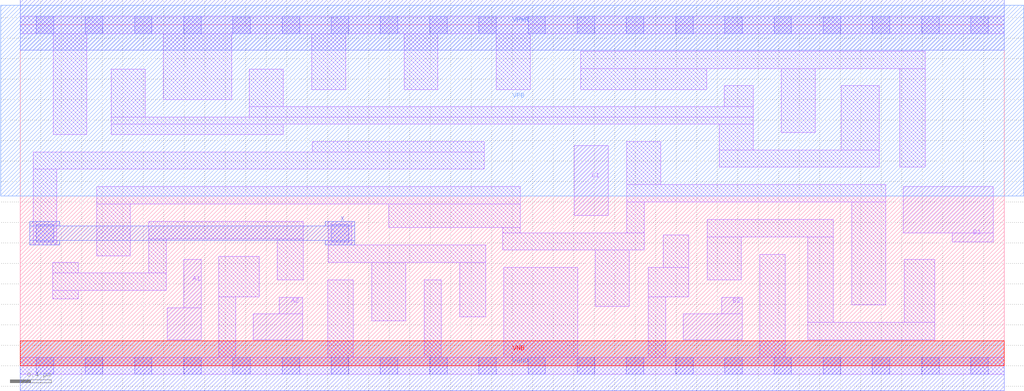
<source format=lef>
# Copyright 2020 The SkyWater PDK Authors
#
# Licensed under the Apache License, Version 2.0 (the "License");
# you may not use this file except in compliance with the License.
# You may obtain a copy of the License at
#
#     https://www.apache.org/licenses/LICENSE-2.0
#
# Unless required by applicable law or agreed to in writing, software
# distributed under the License is distributed on an "AS IS" BASIS,
# WITHOUT WARRANTIES OR CONDITIONS OF ANY KIND, either express or implied.
# See the License for the specific language governing permissions and
# limitations under the License.
#
# SPDX-License-Identifier: Apache-2.0

VERSION 5.7 ;
  NOWIREEXTENSIONATPIN ON ;
  DIVIDERCHAR "/" ;
  BUSBITCHARS "[]" ;
MACRO sky130_fd_sc_ls__a221o_4
  CLASS CORE ;
  FOREIGN sky130_fd_sc_ls__a221o_4 ;
  ORIGIN  0.000000  0.000000 ;
  SIZE  9.600000 BY  3.330000 ;
  SYMMETRY X Y ;
  SITE unit ;
  PIN A1
    ANTENNAGATEAREA  0.492000 ;
    DIRECTION INPUT ;
    USE SIGNAL ;
    PORT
      LAYER li1 ;
        RECT 1.435000 0.255000 1.765000 0.565000 ;
        RECT 1.595000 0.565000 1.765000 1.040000 ;
    END
  END A1
  PIN A2
    ANTENNAGATEAREA  0.492000 ;
    DIRECTION INPUT ;
    USE SIGNAL ;
    PORT
      LAYER li1 ;
        RECT 2.275000 0.255000 2.755000 0.505000 ;
        RECT 2.525000 0.505000 2.755000 0.670000 ;
    END
  END A2
  PIN B1
    ANTENNAGATEAREA  0.492000 ;
    DIRECTION INPUT ;
    USE SIGNAL ;
    PORT
      LAYER li1 ;
        RECT 8.615000 1.300000 9.495000 1.750000 ;
        RECT 9.095000 1.210000 9.495000 1.300000 ;
    END
  END B1
  PIN B2
    ANTENNAGATEAREA  0.492000 ;
    DIRECTION INPUT ;
    USE SIGNAL ;
    PORT
      LAYER li1 ;
        RECT 6.470000 0.255000 7.045000 0.505000 ;
        RECT 6.845000 0.505000 7.045000 0.670000 ;
    END
  END B2
  PIN C1
    ANTENNAGATEAREA  0.492000 ;
    DIRECTION INPUT ;
    USE SIGNAL ;
    PORT
      LAYER li1 ;
        RECT 5.405000 1.470000 5.735000 2.150000 ;
    END
  END C1
  PIN VNB
    PORT
      LAYER pwell ;
        RECT 0.000000 0.000000 9.600000 0.245000 ;
    END
  END VNB
  PIN VPB
    PORT
      LAYER nwell ;
        RECT -0.190000 1.660000 9.790000 3.520000 ;
    END
  END VPB
  PIN X
    ANTENNADIFFAREA  1.086400 ;
    DIRECTION OUTPUT ;
    USE SIGNAL ;
    PORT
      LAYER met1 ;
        RECT 0.095000 1.180000 0.385000 1.225000 ;
        RECT 0.095000 1.225000 3.265000 1.365000 ;
        RECT 0.095000 1.365000 0.385000 1.410000 ;
        RECT 2.975000 1.180000 3.265000 1.225000 ;
        RECT 2.975000 1.365000 3.265000 1.410000 ;
    END
  END X
  PIN VGND
    DIRECTION INOUT ;
    SHAPE ABUTMENT ;
    USE GROUND ;
    PORT
      LAYER met1 ;
        RECT 0.000000 -0.245000 9.600000 0.245000 ;
    END
  END VGND
  PIN VPWR
    DIRECTION INOUT ;
    SHAPE ABUTMENT ;
    USE POWER ;
    PORT
      LAYER met1 ;
        RECT 0.000000 3.085000 9.600000 3.575000 ;
    END
  END VPWR
  OBS
    LAYER li1 ;
      RECT 0.000000 -0.085000 9.600000 0.085000 ;
      RECT 0.000000  3.245000 9.600000 3.415000 ;
      RECT 0.125000  1.180000 0.355000 1.920000 ;
      RECT 0.125000  1.920000 4.525000 2.090000 ;
      RECT 0.315000  0.655000 0.565000 0.735000 ;
      RECT 0.315000  0.735000 1.425000 0.905000 ;
      RECT 0.315000  0.905000 0.565000 1.010000 ;
      RECT 0.320000  2.260000 0.650000 3.245000 ;
      RECT 0.745000  1.075000 1.075000 1.580000 ;
      RECT 0.745000  1.580000 4.880000 1.750000 ;
      RECT 0.890000  2.260000 2.565000 2.360000 ;
      RECT 0.890000  2.360000 7.150000 2.430000 ;
      RECT 0.890000  2.430000 1.220000 2.900000 ;
      RECT 1.255000  0.905000 1.425000 1.240000 ;
      RECT 1.255000  1.240000 2.760000 1.410000 ;
      RECT 1.395000  2.600000 2.065000 3.245000 ;
      RECT 1.935000  0.085000 2.105000 0.675000 ;
      RECT 1.935000  0.675000 2.330000 1.070000 ;
      RECT 2.235000  2.430000 7.150000 2.530000 ;
      RECT 2.235000  2.530000 2.565000 2.900000 ;
      RECT 2.510000  0.840000 2.760000 1.240000 ;
      RECT 2.845000  2.700000 3.175000 3.245000 ;
      RECT 2.850000  2.090000 4.525000 2.190000 ;
      RECT 3.000000  0.085000 3.250000 0.840000 ;
      RECT 3.005000  1.010000 4.540000 1.180000 ;
      RECT 3.005000  1.180000 3.235000 1.410000 ;
      RECT 3.430000  0.440000 3.760000 1.010000 ;
      RECT 3.595000  1.350000 4.880000 1.580000 ;
      RECT 3.745000  2.700000 4.075000 3.245000 ;
      RECT 3.940000  0.085000 4.110000 0.840000 ;
      RECT 4.290000  0.480000 4.540000 1.010000 ;
      RECT 4.645000  2.700000 4.975000 3.245000 ;
      RECT 4.710000  1.130000 6.090000 1.300000 ;
      RECT 4.710000  1.300000 4.880000 1.350000 ;
      RECT 4.720000  0.085000 5.440000 0.960000 ;
      RECT 5.470000  2.700000 6.700000 2.905000 ;
      RECT 5.470000  2.905000 8.830000 3.075000 ;
      RECT 5.610000  0.580000 5.940000 1.130000 ;
      RECT 5.920000  1.300000 6.090000 1.600000 ;
      RECT 5.920000  1.600000 8.445000 1.770000 ;
      RECT 5.920000  1.770000 6.250000 2.190000 ;
      RECT 6.130000  0.085000 6.300000 0.675000 ;
      RECT 6.130000  0.675000 6.525000 0.960000 ;
      RECT 6.275000  0.960000 6.525000 1.280000 ;
      RECT 6.705000  0.840000 7.035000 1.260000 ;
      RECT 6.705000  1.260000 7.935000 1.430000 ;
      RECT 6.820000  1.940000 8.380000 2.110000 ;
      RECT 6.820000  2.110000 7.150000 2.360000 ;
      RECT 6.870000  2.530000 7.150000 2.735000 ;
      RECT 7.215000  0.085000 7.465000 1.090000 ;
      RECT 7.425000  2.280000 7.755000 2.905000 ;
      RECT 7.685000  0.255000 8.925000 0.425000 ;
      RECT 7.685000  0.425000 7.935000 1.260000 ;
      RECT 8.010000  2.110000 8.380000 2.735000 ;
      RECT 8.115000  0.595000 8.445000 1.600000 ;
      RECT 8.580000  1.940000 8.830000 2.905000 ;
      RECT 8.625000  0.425000 8.925000 1.040000 ;
    LAYER mcon ;
      RECT 0.155000 -0.085000 0.325000 0.085000 ;
      RECT 0.155000  1.210000 0.325000 1.380000 ;
      RECT 0.155000  3.245000 0.325000 3.415000 ;
      RECT 0.635000 -0.085000 0.805000 0.085000 ;
      RECT 0.635000  3.245000 0.805000 3.415000 ;
      RECT 1.115000 -0.085000 1.285000 0.085000 ;
      RECT 1.115000  3.245000 1.285000 3.415000 ;
      RECT 1.595000 -0.085000 1.765000 0.085000 ;
      RECT 1.595000  3.245000 1.765000 3.415000 ;
      RECT 2.075000 -0.085000 2.245000 0.085000 ;
      RECT 2.075000  3.245000 2.245000 3.415000 ;
      RECT 2.555000 -0.085000 2.725000 0.085000 ;
      RECT 2.555000  3.245000 2.725000 3.415000 ;
      RECT 3.035000 -0.085000 3.205000 0.085000 ;
      RECT 3.035000  1.210000 3.205000 1.380000 ;
      RECT 3.035000  3.245000 3.205000 3.415000 ;
      RECT 3.515000 -0.085000 3.685000 0.085000 ;
      RECT 3.515000  3.245000 3.685000 3.415000 ;
      RECT 3.995000 -0.085000 4.165000 0.085000 ;
      RECT 3.995000  3.245000 4.165000 3.415000 ;
      RECT 4.475000 -0.085000 4.645000 0.085000 ;
      RECT 4.475000  3.245000 4.645000 3.415000 ;
      RECT 4.955000 -0.085000 5.125000 0.085000 ;
      RECT 4.955000  3.245000 5.125000 3.415000 ;
      RECT 5.435000 -0.085000 5.605000 0.085000 ;
      RECT 5.435000  3.245000 5.605000 3.415000 ;
      RECT 5.915000 -0.085000 6.085000 0.085000 ;
      RECT 5.915000  3.245000 6.085000 3.415000 ;
      RECT 6.395000 -0.085000 6.565000 0.085000 ;
      RECT 6.395000  3.245000 6.565000 3.415000 ;
      RECT 6.875000 -0.085000 7.045000 0.085000 ;
      RECT 6.875000  3.245000 7.045000 3.415000 ;
      RECT 7.355000 -0.085000 7.525000 0.085000 ;
      RECT 7.355000  3.245000 7.525000 3.415000 ;
      RECT 7.835000 -0.085000 8.005000 0.085000 ;
      RECT 7.835000  3.245000 8.005000 3.415000 ;
      RECT 8.315000 -0.085000 8.485000 0.085000 ;
      RECT 8.315000  3.245000 8.485000 3.415000 ;
      RECT 8.795000 -0.085000 8.965000 0.085000 ;
      RECT 8.795000  3.245000 8.965000 3.415000 ;
      RECT 9.275000 -0.085000 9.445000 0.085000 ;
      RECT 9.275000  3.245000 9.445000 3.415000 ;
  END
END sky130_fd_sc_ls__a221o_4
END LIBRARY

</source>
